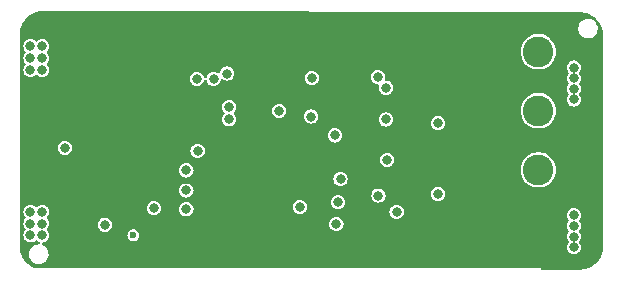
<source format=gbr>
%TF.GenerationSoftware,KiCad,Pcbnew,7.0.1-0*%
%TF.CreationDate,2023-11-20T21:41:34+01:00*%
%TF.ProjectId,luz,6c757a2e-6b69-4636-9164-5f7063625858,rev?*%
%TF.SameCoordinates,Original*%
%TF.FileFunction,Copper,L2,Inr*%
%TF.FilePolarity,Positive*%
%FSLAX46Y46*%
G04 Gerber Fmt 4.6, Leading zero omitted, Abs format (unit mm)*
G04 Created by KiCad (PCBNEW 7.0.1-0) date 2023-11-20 21:41:34*
%MOMM*%
%LPD*%
G01*
G04 APERTURE LIST*
%TA.AperFunction,ComponentPad*%
%ADD10C,2.600000*%
%TD*%
%TA.AperFunction,ComponentPad*%
%ADD11R,2.600000X2.600000*%
%TD*%
%TA.AperFunction,ViaPad*%
%ADD12C,0.800000*%
%TD*%
%TA.AperFunction,ViaPad*%
%ADD13C,0.600000*%
%TD*%
G04 APERTURE END LIST*
D10*
%TO.N,GND*%
%TO.C,J2*%
X76500000Y-99450000D03*
%TO.N,Net-(J2-Pin_3)*%
X76500000Y-104450000D03*
%TO.N,Net-(J2-Pin_2)*%
X76500000Y-109450000D03*
D11*
%TO.N,VDCOUT*%
X76500000Y-114450000D03*
%TD*%
D12*
%TO.N,GND*%
X33500000Y-113000000D03*
X34500000Y-113000000D03*
X33500000Y-101000000D03*
X34500000Y-101000000D03*
%TO.N,VMon*%
X43950000Y-112695000D03*
%TO.N,VDCOUT*%
X47600000Y-114400000D03*
%TO.N,C1*%
X63700000Y-108600000D03*
%TO.N,C2*%
X62900000Y-101600000D03*
D13*
%TO.N,Net-(U5-EN)*%
X42200000Y-115000000D03*
D12*
%TO.N,VDCOUT*%
X40000000Y-101500000D03*
X40000000Y-100500000D03*
X38000000Y-103500000D03*
X38000000Y-101500000D03*
%TO.N,C2*%
X68000000Y-105500000D03*
%TO.N,C1*%
X68000000Y-111500000D03*
%TO.N,+3V3*%
X64500000Y-113000000D03*
%TO.N,VDCOUT*%
X39000000Y-101500000D03*
X38000000Y-102500000D03*
X38000000Y-100500000D03*
X37000000Y-101500000D03*
X37000000Y-103500000D03*
X37000000Y-102500000D03*
X39000000Y-100500000D03*
X37000000Y-100500000D03*
%TO.N,GND*%
X33500000Y-115000000D03*
X34500000Y-115000000D03*
X34500000Y-114000000D03*
X33500000Y-114000000D03*
X34500000Y-99000000D03*
X33500000Y-99000000D03*
X34500000Y-100000000D03*
X33500000Y-100000000D03*
X79500000Y-101700000D03*
X79500000Y-103500000D03*
X79500000Y-102600000D03*
X79500000Y-100800000D03*
X79500000Y-113300000D03*
X79500000Y-114200000D03*
X79500000Y-115100000D03*
X79500000Y-116000000D03*
%TO.N,Net-(U5-EN)*%
X62960000Y-111630000D03*
%TO.N,Net-(U5-IO0)*%
X63600000Y-102500000D03*
%TO.N,Net-(U5-IO27)*%
X47590000Y-101740000D03*
X63590000Y-105190000D03*
%TO.N,+3V3*%
X56300000Y-112600000D03*
X59260000Y-106540000D03*
X57310000Y-101680000D03*
%TO.N,VBUS_EN*%
X57260000Y-104940000D03*
%TO.N,HPIINT*%
X59550000Y-112200000D03*
X54550000Y-104450000D03*
%TO.N,+3V3*%
X50140000Y-101300000D03*
%TO.N,VDCOUT*%
X50550000Y-102920000D03*
%TO.N,SDA*%
X50330000Y-104130000D03*
%TO.N,SCL*%
X50300000Y-105180000D03*
%TO.N,VBUS_EN*%
X49000000Y-101750000D03*
%TO.N,SDA*%
X59750000Y-110250000D03*
%TO.N,SCL*%
X59400000Y-114050000D03*
%TO.N,CC1*%
X47650000Y-107850000D03*
%TO.N,+3V3*%
X39800000Y-114100000D03*
X46700000Y-112800000D03*
X46700000Y-111200000D03*
X46700000Y-109500000D03*
%TO.N,CC1*%
X36400000Y-107600000D03*
%TD*%
%TA.AperFunction,Conductor*%
%TO.N,VDCOUT*%
G36*
X79948297Y-96100385D02*
G01*
X79948864Y-96100499D01*
X79995934Y-96100499D01*
X80004041Y-96100763D01*
X80083585Y-96105977D01*
X80083766Y-96105990D01*
X80261586Y-96118708D01*
X80276903Y-96120771D01*
X80388377Y-96142944D01*
X80390436Y-96143373D01*
X80530239Y-96173785D01*
X80543702Y-96177521D01*
X80657724Y-96216227D01*
X80661073Y-96217419D01*
X80788814Y-96265064D01*
X80800302Y-96270025D01*
X80865051Y-96301955D01*
X80910628Y-96324431D01*
X80915211Y-96326811D01*
X81032484Y-96390847D01*
X81041948Y-96396577D01*
X81145245Y-96465598D01*
X81150663Y-96469432D01*
X81219531Y-96520985D01*
X81256736Y-96548836D01*
X81264156Y-96554852D01*
X81356836Y-96636130D01*
X81357975Y-96637129D01*
X81363896Y-96642675D01*
X81421083Y-96699862D01*
X81452422Y-96752755D01*
X81454503Y-96814199D01*
X81426814Y-96869091D01*
X81376163Y-96903937D01*
X81315000Y-96910170D01*
X81258360Y-96886258D01*
X81128617Y-96787630D01*
X80965461Y-96712146D01*
X80789887Y-96673500D01*
X80655184Y-96673500D01*
X80655183Y-96673500D01*
X80521279Y-96688062D01*
X80350915Y-96745464D01*
X80196873Y-96838148D01*
X80066358Y-96961779D01*
X79965469Y-97110578D01*
X79898929Y-97277585D01*
X79869845Y-97454988D01*
X79879577Y-97634500D01*
X79904172Y-97723080D01*
X79927673Y-97807723D01*
X79969776Y-97887139D01*
X80011881Y-97966557D01*
X80128265Y-98103574D01*
X80271382Y-98212369D01*
X80434538Y-98287853D01*
X80434539Y-98287853D01*
X80434541Y-98287854D01*
X80610113Y-98326500D01*
X80744816Y-98326500D01*
X80744817Y-98326500D01*
X80811768Y-98319218D01*
X80878721Y-98311937D01*
X81049085Y-98254535D01*
X81203126Y-98161851D01*
X81333642Y-98038220D01*
X81434529Y-97889423D01*
X81501070Y-97722416D01*
X81530155Y-97545010D01*
X81520422Y-97365499D01*
X81472327Y-97192277D01*
X81415363Y-97084831D01*
X81394235Y-97044979D01*
X81379798Y-96985624D01*
X81395450Y-96926579D01*
X81437395Y-96882171D01*
X81495453Y-96863178D01*
X81555534Y-96874209D01*
X81603058Y-96912587D01*
X81630558Y-96949323D01*
X81634393Y-96954743D01*
X81703420Y-97058050D01*
X81709150Y-97067513D01*
X81773190Y-97184793D01*
X81775570Y-97189376D01*
X81829965Y-97299678D01*
X81834935Y-97311188D01*
X81882567Y-97438893D01*
X81883804Y-97442368D01*
X81922468Y-97556268D01*
X81926215Y-97569769D01*
X81956625Y-97709562D01*
X81957076Y-97711728D01*
X81979224Y-97823071D01*
X81981291Y-97838418D01*
X81994007Y-98016223D01*
X81994057Y-98016956D01*
X81999234Y-98095925D01*
X81999500Y-98104037D01*
X81999500Y-115895947D01*
X81999234Y-115904058D01*
X81994045Y-115983217D01*
X81993995Y-115983952D01*
X81981291Y-116161573D01*
X81979224Y-116176918D01*
X81957064Y-116288323D01*
X81956613Y-116290490D01*
X81926217Y-116430221D01*
X81922470Y-116443722D01*
X81883793Y-116557660D01*
X81882556Y-116561135D01*
X81834938Y-116688802D01*
X81829969Y-116700311D01*
X81775564Y-116810635D01*
X81773183Y-116815219D01*
X81709154Y-116932478D01*
X81703424Y-116941942D01*
X81634381Y-117045272D01*
X81630546Y-117050691D01*
X81551185Y-117156706D01*
X81545146Y-117164155D01*
X81462860Y-117257984D01*
X81457313Y-117263906D01*
X81363906Y-117357313D01*
X81357984Y-117362860D01*
X81264155Y-117445146D01*
X81256706Y-117451185D01*
X81150691Y-117530546D01*
X81145272Y-117534381D01*
X81041942Y-117603424D01*
X81032478Y-117609154D01*
X80915219Y-117673183D01*
X80910635Y-117675564D01*
X80800311Y-117729969D01*
X80788802Y-117734938D01*
X80661135Y-117782556D01*
X80657660Y-117783793D01*
X80543722Y-117822470D01*
X80530221Y-117826217D01*
X80390490Y-117856613D01*
X80388323Y-117857064D01*
X80276918Y-117879224D01*
X80261573Y-117881291D01*
X80083952Y-117893995D01*
X80083217Y-117894045D01*
X80004058Y-117899234D01*
X79995947Y-117899500D01*
X76824000Y-117899500D01*
X76762000Y-117882887D01*
X76716613Y-117837500D01*
X76710797Y-117815797D01*
X76700000Y-117805000D01*
X33999786Y-117805000D01*
X33959928Y-117798420D01*
X33946255Y-117793779D01*
X33916783Y-117783774D01*
X33913317Y-117782539D01*
X33785699Y-117734939D01*
X33774189Y-117729970D01*
X33663840Y-117675552D01*
X33659257Y-117673172D01*
X33542032Y-117609162D01*
X33532568Y-117603432D01*
X33429202Y-117534365D01*
X33423783Y-117530530D01*
X33317804Y-117451195D01*
X33310355Y-117445156D01*
X33216497Y-117362845D01*
X33210575Y-117357298D01*
X33117196Y-117263919D01*
X33111649Y-117257997D01*
X33111638Y-117257984D01*
X33029332Y-117164132D01*
X33023316Y-117156712D01*
X32943950Y-117050691D01*
X32940148Y-117045319D01*
X32871053Y-116941911D01*
X32865335Y-116932466D01*
X32801335Y-116815259D01*
X32798964Y-116810692D01*
X32787130Y-116786696D01*
X32744512Y-116700274D01*
X32739558Y-116688802D01*
X32691932Y-116561111D01*
X32690776Y-116557865D01*
X32652014Y-116443677D01*
X32648276Y-116430204D01*
X32617908Y-116290601D01*
X32617457Y-116288436D01*
X32601970Y-116210578D01*
X32595269Y-116176889D01*
X32593205Y-116161569D01*
X32580528Y-115984315D01*
X32580492Y-115983802D01*
X32575262Y-115904007D01*
X32574998Y-115895908D01*
X32574998Y-114999999D01*
X32894317Y-114999999D01*
X32914956Y-115156762D01*
X32975463Y-115302840D01*
X33071717Y-115428282D01*
X33195366Y-115523160D01*
X33197159Y-115524536D01*
X33343238Y-115585044D01*
X33500000Y-115605682D01*
X33656762Y-115585044D01*
X33802841Y-115524536D01*
X33924516Y-115431171D01*
X33973161Y-115408488D01*
X34026839Y-115408488D01*
X34075483Y-115431171D01*
X34197159Y-115524536D01*
X34197160Y-115524536D01*
X34197161Y-115524537D01*
X34222273Y-115534939D01*
X34275139Y-115576614D01*
X34298439Y-115639771D01*
X34285306Y-115705795D01*
X34239611Y-115755227D01*
X34174821Y-115773500D01*
X34155183Y-115773500D01*
X34021279Y-115788062D01*
X33850915Y-115845464D01*
X33696873Y-115938148D01*
X33566358Y-116061779D01*
X33465469Y-116210578D01*
X33398929Y-116377585D01*
X33369845Y-116554988D01*
X33379577Y-116734500D01*
X33414319Y-116859626D01*
X33427673Y-116907723D01*
X33445803Y-116941920D01*
X33511881Y-117066557D01*
X33628265Y-117203574D01*
X33771382Y-117312369D01*
X33934538Y-117387853D01*
X33934539Y-117387853D01*
X33934541Y-117387854D01*
X34110113Y-117426500D01*
X34244816Y-117426500D01*
X34244817Y-117426500D01*
X34311768Y-117419218D01*
X34378721Y-117411937D01*
X34549085Y-117354535D01*
X34703126Y-117261851D01*
X34833642Y-117138220D01*
X34934529Y-116989423D01*
X35001070Y-116822416D01*
X35030155Y-116645010D01*
X35020422Y-116465499D01*
X34972327Y-116292277D01*
X34888119Y-116133444D01*
X34888118Y-116133442D01*
X34774771Y-116000000D01*
X78894317Y-116000000D01*
X78914956Y-116156762D01*
X78975463Y-116302840D01*
X79071717Y-116428282D01*
X79120220Y-116465499D01*
X79197159Y-116524536D01*
X79343238Y-116585044D01*
X79500000Y-116605682D01*
X79656762Y-116585044D01*
X79802841Y-116524536D01*
X79928282Y-116428282D01*
X80024536Y-116302841D01*
X80085044Y-116156762D01*
X80105682Y-116000000D01*
X80105211Y-115996426D01*
X80093051Y-115904058D01*
X80085044Y-115843238D01*
X80024536Y-115697159D01*
X79969539Y-115625485D01*
X79946854Y-115576837D01*
X79946854Y-115523160D01*
X79969537Y-115474517D01*
X80024536Y-115402841D01*
X80085044Y-115256762D01*
X80105682Y-115100000D01*
X80085044Y-114943238D01*
X80024536Y-114797159D01*
X79969539Y-114725486D01*
X79946854Y-114676839D01*
X79946854Y-114623161D01*
X79969540Y-114574513D01*
X79971685Y-114571718D01*
X80024536Y-114502841D01*
X80085044Y-114356762D01*
X80105682Y-114200000D01*
X80085044Y-114043238D01*
X80024536Y-113897159D01*
X79969539Y-113825486D01*
X79946854Y-113776839D01*
X79946854Y-113723161D01*
X79969540Y-113674513D01*
X79971685Y-113671718D01*
X80024536Y-113602841D01*
X80085044Y-113456762D01*
X80105682Y-113300000D01*
X80085044Y-113143238D01*
X80024536Y-112997159D01*
X80024535Y-112997158D01*
X79928282Y-112871717D01*
X79802840Y-112775463D01*
X79656762Y-112714956D01*
X79500000Y-112694317D01*
X79343237Y-112714956D01*
X79197159Y-112775463D01*
X79071717Y-112871717D01*
X78975463Y-112997159D01*
X78914956Y-113143237D01*
X78894317Y-113300000D01*
X78914956Y-113456762D01*
X78975463Y-113602840D01*
X79030460Y-113674514D01*
X79053145Y-113723162D01*
X79053145Y-113776838D01*
X79030460Y-113825486D01*
X78975463Y-113897159D01*
X78914956Y-114043237D01*
X78894317Y-114200000D01*
X78914956Y-114356762D01*
X78975463Y-114502840D01*
X79030460Y-114574514D01*
X79053145Y-114623162D01*
X79053145Y-114676838D01*
X79030460Y-114725486D01*
X78975463Y-114797159D01*
X78914956Y-114943237D01*
X78894317Y-115100000D01*
X78914956Y-115256762D01*
X78975463Y-115402840D01*
X79030460Y-115474514D01*
X79053145Y-115523162D01*
X79053145Y-115576838D01*
X79030460Y-115625486D01*
X78975463Y-115697159D01*
X78914956Y-115843237D01*
X78894317Y-116000000D01*
X34774771Y-116000000D01*
X34771734Y-115996425D01*
X34628617Y-115887629D01*
X34513984Y-115834595D01*
X34465273Y-115794306D01*
X34442753Y-115735240D01*
X34452275Y-115672748D01*
X34491365Y-115623070D01*
X34549864Y-115599117D01*
X34656762Y-115585044D01*
X34802841Y-115524536D01*
X34928282Y-115428282D01*
X35024536Y-115302841D01*
X35085044Y-115156762D01*
X35105682Y-115000000D01*
X41694353Y-115000000D01*
X41714834Y-115142457D01*
X41774623Y-115273374D01*
X41827864Y-115334817D01*
X41868872Y-115382143D01*
X41989947Y-115459953D01*
X42128039Y-115500500D01*
X42271961Y-115500500D01*
X42410053Y-115459953D01*
X42531128Y-115382143D01*
X42625377Y-115273373D01*
X42685165Y-115142457D01*
X42705647Y-115000000D01*
X42685165Y-114857543D01*
X42625377Y-114726627D01*
X42625376Y-114726626D01*
X42625376Y-114726625D01*
X42531129Y-114617858D01*
X42531128Y-114617857D01*
X42410053Y-114540047D01*
X42271961Y-114499500D01*
X42128039Y-114499500D01*
X41989947Y-114540047D01*
X41868870Y-114617858D01*
X41774623Y-114726625D01*
X41714834Y-114857542D01*
X41694353Y-115000000D01*
X35105682Y-115000000D01*
X35085044Y-114843238D01*
X35024536Y-114697159D01*
X34931171Y-114575483D01*
X34908488Y-114526839D01*
X34908488Y-114473161D01*
X34931173Y-114424514D01*
X35024536Y-114302841D01*
X35085044Y-114156762D01*
X35092517Y-114100000D01*
X39194317Y-114100000D01*
X39214956Y-114256762D01*
X39275463Y-114402840D01*
X39371717Y-114528282D01*
X39488455Y-114617857D01*
X39497159Y-114624536D01*
X39643238Y-114685044D01*
X39800000Y-114705682D01*
X39956762Y-114685044D01*
X40102841Y-114624536D01*
X40228282Y-114528282D01*
X40324536Y-114402841D01*
X40385044Y-114256762D01*
X40405682Y-114100000D01*
X40399099Y-114050000D01*
X58794317Y-114050000D01*
X58814956Y-114206762D01*
X58875463Y-114352840D01*
X58971717Y-114478282D01*
X59097129Y-114574513D01*
X59097159Y-114574536D01*
X59243238Y-114635044D01*
X59400000Y-114655682D01*
X59556762Y-114635044D01*
X59702841Y-114574536D01*
X59828282Y-114478282D01*
X59924536Y-114352841D01*
X59985044Y-114206762D01*
X60005682Y-114050000D01*
X59985044Y-113893238D01*
X59924536Y-113747159D01*
X59906122Y-113723161D01*
X59828282Y-113621717D01*
X59702840Y-113525463D01*
X59556762Y-113464956D01*
X59400000Y-113444317D01*
X59243237Y-113464956D01*
X59097159Y-113525463D01*
X58971717Y-113621717D01*
X58875463Y-113747159D01*
X58814956Y-113893237D01*
X58794317Y-114050000D01*
X40399099Y-114050000D01*
X40385044Y-113943238D01*
X40324536Y-113797159D01*
X40308943Y-113776838D01*
X40228282Y-113671717D01*
X40102840Y-113575463D01*
X39956762Y-113514956D01*
X39800000Y-113494317D01*
X39643237Y-113514956D01*
X39497159Y-113575463D01*
X39371717Y-113671717D01*
X39275463Y-113797159D01*
X39214956Y-113943237D01*
X39194317Y-114100000D01*
X35092517Y-114100000D01*
X35105682Y-114000000D01*
X35085044Y-113843238D01*
X35024536Y-113697159D01*
X34931171Y-113575483D01*
X34908488Y-113526839D01*
X34908488Y-113473161D01*
X34931173Y-113424514D01*
X35024536Y-113302841D01*
X35085044Y-113156762D01*
X35105682Y-113000000D01*
X35085044Y-112843238D01*
X35024536Y-112697159D01*
X35022879Y-112695000D01*
X43344317Y-112695000D01*
X43364956Y-112851762D01*
X43425463Y-112997840D01*
X43521717Y-113123282D01*
X43602208Y-113185044D01*
X43647159Y-113219536D01*
X43793238Y-113280044D01*
X43950000Y-113300682D01*
X44106762Y-113280044D01*
X44252841Y-113219536D01*
X44378282Y-113123282D01*
X44474536Y-112997841D01*
X44535044Y-112851762D01*
X44541859Y-112800000D01*
X46094317Y-112800000D01*
X46114956Y-112956762D01*
X46175463Y-113102840D01*
X46271717Y-113228282D01*
X46368884Y-113302840D01*
X46397159Y-113324536D01*
X46543238Y-113385044D01*
X46700000Y-113405682D01*
X46856762Y-113385044D01*
X47002841Y-113324536D01*
X47128282Y-113228282D01*
X47224536Y-113102841D01*
X47285044Y-112956762D01*
X47305682Y-112800000D01*
X47285044Y-112643238D01*
X47267134Y-112600000D01*
X55694317Y-112600000D01*
X55714956Y-112756762D01*
X55775463Y-112902840D01*
X55871717Y-113028282D01*
X55968884Y-113102840D01*
X55997159Y-113124536D01*
X56143238Y-113185044D01*
X56300000Y-113205682D01*
X56456762Y-113185044D01*
X56602841Y-113124536D01*
X56728282Y-113028282D01*
X56749983Y-113000000D01*
X63894317Y-113000000D01*
X63914956Y-113156762D01*
X63975463Y-113302840D01*
X64071717Y-113428282D01*
X64184674Y-113514956D01*
X64197159Y-113524536D01*
X64343238Y-113585044D01*
X64500000Y-113605682D01*
X64656762Y-113585044D01*
X64802841Y-113524536D01*
X64928282Y-113428282D01*
X65024536Y-113302841D01*
X65085044Y-113156762D01*
X65105682Y-113000000D01*
X65085044Y-112843238D01*
X65024536Y-112697159D01*
X64983161Y-112643238D01*
X64928282Y-112571717D01*
X64802840Y-112475463D01*
X64656762Y-112414956D01*
X64500000Y-112394317D01*
X64343237Y-112414956D01*
X64197159Y-112475463D01*
X64071717Y-112571717D01*
X63975463Y-112697159D01*
X63914956Y-112843237D01*
X63894317Y-113000000D01*
X56749983Y-113000000D01*
X56824536Y-112902841D01*
X56885044Y-112756762D01*
X56905682Y-112600000D01*
X56885044Y-112443238D01*
X56824536Y-112297159D01*
X56801177Y-112266717D01*
X56749983Y-112199999D01*
X58944317Y-112199999D01*
X58964956Y-112356762D01*
X59025463Y-112502840D01*
X59121717Y-112628282D01*
X59234674Y-112714956D01*
X59247159Y-112724536D01*
X59393238Y-112785044D01*
X59550000Y-112805682D01*
X59706762Y-112785044D01*
X59852841Y-112724536D01*
X59978282Y-112628282D01*
X60074536Y-112502841D01*
X60135044Y-112356762D01*
X60155682Y-112200000D01*
X60135044Y-112043238D01*
X60074536Y-111897159D01*
X59978282Y-111771717D01*
X59852840Y-111675463D01*
X59743079Y-111629999D01*
X62354317Y-111629999D01*
X62374956Y-111786762D01*
X62435463Y-111932840D01*
X62531717Y-112058282D01*
X62593491Y-112105682D01*
X62657159Y-112154536D01*
X62803238Y-112215044D01*
X62960000Y-112235682D01*
X63116762Y-112215044D01*
X63262841Y-112154536D01*
X63388282Y-112058282D01*
X63484536Y-111932841D01*
X63545044Y-111786762D01*
X63565682Y-111630000D01*
X63548567Y-111500000D01*
X67394317Y-111500000D01*
X67414956Y-111656762D01*
X67475463Y-111802840D01*
X67571717Y-111928282D01*
X67657778Y-111994318D01*
X67697159Y-112024536D01*
X67843238Y-112085044D01*
X68000000Y-112105682D01*
X68156762Y-112085044D01*
X68302841Y-112024536D01*
X68428282Y-111928282D01*
X68524536Y-111802841D01*
X68585044Y-111656762D01*
X68605682Y-111500000D01*
X68585044Y-111343238D01*
X68524536Y-111197159D01*
X68428282Y-111071717D01*
X68302840Y-110975463D01*
X68156762Y-110914956D01*
X68000000Y-110894317D01*
X67843237Y-110914956D01*
X67697159Y-110975463D01*
X67571717Y-111071717D01*
X67475463Y-111197159D01*
X67414956Y-111343237D01*
X67394317Y-111500000D01*
X63548567Y-111500000D01*
X63545044Y-111473238D01*
X63484536Y-111327159D01*
X63388282Y-111201717D01*
X63262840Y-111105463D01*
X63116762Y-111044956D01*
X62960000Y-111024317D01*
X62803237Y-111044956D01*
X62657159Y-111105463D01*
X62531717Y-111201717D01*
X62435463Y-111327159D01*
X62374956Y-111473237D01*
X62354317Y-111629999D01*
X59743079Y-111629999D01*
X59706762Y-111614956D01*
X59550000Y-111594317D01*
X59393237Y-111614956D01*
X59247159Y-111675463D01*
X59121717Y-111771717D01*
X59025463Y-111897159D01*
X58964956Y-112043237D01*
X58944317Y-112199999D01*
X56749983Y-112199999D01*
X56728282Y-112171717D01*
X56602840Y-112075463D01*
X56456762Y-112014956D01*
X56300000Y-111994317D01*
X56143237Y-112014956D01*
X55997159Y-112075463D01*
X55871717Y-112171717D01*
X55775463Y-112297159D01*
X55714956Y-112443237D01*
X55694317Y-112600000D01*
X47267134Y-112600000D01*
X47224536Y-112497159D01*
X47183161Y-112443238D01*
X47128282Y-112371717D01*
X47002840Y-112275463D01*
X46856762Y-112214956D01*
X46700000Y-112194317D01*
X46543237Y-112214956D01*
X46397159Y-112275463D01*
X46271717Y-112371717D01*
X46175463Y-112497159D01*
X46114956Y-112643237D01*
X46094317Y-112800000D01*
X44541859Y-112800000D01*
X44555682Y-112695000D01*
X44535044Y-112538238D01*
X44474536Y-112392159D01*
X44447375Y-112356762D01*
X44378282Y-112266717D01*
X44252840Y-112170463D01*
X44106762Y-112109956D01*
X43950000Y-112089317D01*
X43793237Y-112109956D01*
X43647159Y-112170463D01*
X43521717Y-112266717D01*
X43425463Y-112392159D01*
X43364956Y-112538237D01*
X43344317Y-112695000D01*
X35022879Y-112695000D01*
X34983161Y-112643238D01*
X34928282Y-112571717D01*
X34802840Y-112475463D01*
X34656762Y-112414956D01*
X34500000Y-112394317D01*
X34343237Y-112414956D01*
X34197159Y-112475463D01*
X34075486Y-112568826D01*
X34026838Y-112591511D01*
X33973162Y-112591511D01*
X33924514Y-112568826D01*
X33802840Y-112475463D01*
X33656762Y-112414956D01*
X33500000Y-112394317D01*
X33343237Y-112414956D01*
X33197159Y-112475463D01*
X33071717Y-112571717D01*
X32975463Y-112697159D01*
X32914956Y-112843237D01*
X32894317Y-113000000D01*
X32914956Y-113156762D01*
X32975463Y-113302840D01*
X33068826Y-113424514D01*
X33091511Y-113473162D01*
X33091511Y-113526838D01*
X33068826Y-113575486D01*
X32975463Y-113697159D01*
X32914956Y-113843237D01*
X32894317Y-114000000D01*
X32914956Y-114156762D01*
X32975463Y-114302840D01*
X33068826Y-114424514D01*
X33091511Y-114473162D01*
X33091511Y-114526838D01*
X33068826Y-114575486D01*
X32975463Y-114697159D01*
X32914956Y-114843237D01*
X32894317Y-114999999D01*
X32574998Y-114999999D01*
X32574998Y-111200000D01*
X46094317Y-111200000D01*
X46114956Y-111356762D01*
X46175463Y-111502840D01*
X46271717Y-111628282D01*
X46397159Y-111724536D01*
X46543238Y-111785044D01*
X46700000Y-111805682D01*
X46856762Y-111785044D01*
X47002841Y-111724536D01*
X47128282Y-111628282D01*
X47224536Y-111502841D01*
X47285044Y-111356762D01*
X47305682Y-111200000D01*
X47285044Y-111043238D01*
X47224536Y-110897159D01*
X47172104Y-110828828D01*
X47128282Y-110771717D01*
X47002840Y-110675463D01*
X46856762Y-110614956D01*
X46700000Y-110594317D01*
X46543237Y-110614956D01*
X46397159Y-110675463D01*
X46271717Y-110771717D01*
X46175463Y-110897159D01*
X46114956Y-111043237D01*
X46094317Y-111200000D01*
X32574998Y-111200000D01*
X32574998Y-110249999D01*
X59144317Y-110249999D01*
X59164956Y-110406762D01*
X59225463Y-110552840D01*
X59321717Y-110678282D01*
X59447158Y-110774535D01*
X59447159Y-110774536D01*
X59593238Y-110835044D01*
X59750000Y-110855682D01*
X59906762Y-110835044D01*
X60052841Y-110774536D01*
X60178282Y-110678282D01*
X60274536Y-110552841D01*
X60335044Y-110406762D01*
X60355682Y-110250000D01*
X60335044Y-110093238D01*
X60274536Y-109947159D01*
X60260051Y-109928282D01*
X60178282Y-109821717D01*
X60052840Y-109725463D01*
X59906762Y-109664956D01*
X59750000Y-109644317D01*
X59593237Y-109664956D01*
X59447159Y-109725463D01*
X59321717Y-109821717D01*
X59225463Y-109947159D01*
X59164956Y-110093237D01*
X59144317Y-110249999D01*
X32574998Y-110249999D01*
X32574998Y-109500000D01*
X46094317Y-109500000D01*
X46114956Y-109656762D01*
X46175463Y-109802840D01*
X46271717Y-109928282D01*
X46397158Y-110024535D01*
X46397159Y-110024536D01*
X46543238Y-110085044D01*
X46700000Y-110105682D01*
X46856762Y-110085044D01*
X47002841Y-110024536D01*
X47128282Y-109928282D01*
X47224536Y-109802841D01*
X47285044Y-109656762D01*
X47305682Y-109500000D01*
X47299099Y-109450000D01*
X74994356Y-109450000D01*
X75014891Y-109697816D01*
X75014891Y-109697819D01*
X75014892Y-109697821D01*
X75075937Y-109938881D01*
X75113509Y-110024536D01*
X75175825Y-110166604D01*
X75175827Y-110166607D01*
X75311836Y-110374785D01*
X75480256Y-110557738D01*
X75480259Y-110557740D01*
X75676485Y-110710470D01*
X75676487Y-110710471D01*
X75676491Y-110710474D01*
X75895190Y-110828828D01*
X76130386Y-110909571D01*
X76375665Y-110950500D01*
X76624335Y-110950500D01*
X76869614Y-110909571D01*
X77104810Y-110828828D01*
X77323509Y-110710474D01*
X77519744Y-110557738D01*
X77688164Y-110374785D01*
X77824173Y-110166607D01*
X77924063Y-109938881D01*
X77985108Y-109697821D01*
X78005643Y-109450000D01*
X77985108Y-109202179D01*
X77924063Y-108961119D01*
X77824173Y-108733393D01*
X77688164Y-108525215D01*
X77519744Y-108342262D01*
X77437543Y-108278282D01*
X77323514Y-108189529D01*
X77323510Y-108189526D01*
X77323509Y-108189526D01*
X77104810Y-108071172D01*
X77104806Y-108071170D01*
X77104805Y-108071170D01*
X76869615Y-107990429D01*
X76624335Y-107949500D01*
X76375665Y-107949500D01*
X76130384Y-107990429D01*
X75895194Y-108071170D01*
X75676485Y-108189529D01*
X75480259Y-108342259D01*
X75311837Y-108525214D01*
X75175825Y-108733395D01*
X75101500Y-108902841D01*
X75075937Y-108961119D01*
X75034554Y-109124536D01*
X75014891Y-109202183D01*
X74994356Y-109450000D01*
X47299099Y-109450000D01*
X47285044Y-109343238D01*
X47224536Y-109197159D01*
X47168811Y-109124536D01*
X47128282Y-109071717D01*
X47002840Y-108975463D01*
X46856762Y-108914956D01*
X46700000Y-108894317D01*
X46543237Y-108914956D01*
X46397159Y-108975463D01*
X46271717Y-109071717D01*
X46175463Y-109197159D01*
X46114956Y-109343237D01*
X46094317Y-109500000D01*
X32574998Y-109500000D01*
X32574998Y-108599999D01*
X63094317Y-108599999D01*
X63114956Y-108756762D01*
X63175463Y-108902840D01*
X63271717Y-109028282D01*
X63328325Y-109071718D01*
X63397159Y-109124536D01*
X63543238Y-109185044D01*
X63700000Y-109205682D01*
X63856762Y-109185044D01*
X64002841Y-109124536D01*
X64128282Y-109028282D01*
X64224536Y-108902841D01*
X64285044Y-108756762D01*
X64305682Y-108600000D01*
X64285044Y-108443238D01*
X64224536Y-108297159D01*
X64210051Y-108278282D01*
X64128282Y-108171717D01*
X64002840Y-108075463D01*
X63856762Y-108014956D01*
X63700000Y-107994317D01*
X63543237Y-108014956D01*
X63397159Y-108075463D01*
X63271717Y-108171717D01*
X63175463Y-108297159D01*
X63114956Y-108443237D01*
X63094317Y-108599999D01*
X32574998Y-108599999D01*
X32574998Y-107600000D01*
X35794317Y-107600000D01*
X35814956Y-107756762D01*
X35875463Y-107902840D01*
X35971717Y-108028282D01*
X36097159Y-108124536D01*
X36243238Y-108185044D01*
X36400000Y-108205682D01*
X36556762Y-108185044D01*
X36702841Y-108124536D01*
X36828282Y-108028282D01*
X36924536Y-107902841D01*
X36946423Y-107850000D01*
X47044317Y-107850000D01*
X47064956Y-108006762D01*
X47125463Y-108152840D01*
X47221717Y-108278282D01*
X47347159Y-108374536D01*
X47493238Y-108435044D01*
X47650000Y-108455682D01*
X47806762Y-108435044D01*
X47952841Y-108374536D01*
X48078282Y-108278282D01*
X48174536Y-108152841D01*
X48235044Y-108006762D01*
X48255682Y-107850000D01*
X48235044Y-107693238D01*
X48174536Y-107547159D01*
X48094795Y-107443238D01*
X48078282Y-107421717D01*
X47952840Y-107325463D01*
X47806762Y-107264956D01*
X47650000Y-107244317D01*
X47493237Y-107264956D01*
X47347159Y-107325463D01*
X47221717Y-107421717D01*
X47125463Y-107547159D01*
X47064956Y-107693237D01*
X47044317Y-107850000D01*
X36946423Y-107850000D01*
X36985044Y-107756762D01*
X37005682Y-107600000D01*
X36985044Y-107443238D01*
X36924536Y-107297159D01*
X36883989Y-107244317D01*
X36828282Y-107171717D01*
X36702840Y-107075463D01*
X36556762Y-107014956D01*
X36400000Y-106994317D01*
X36243237Y-107014956D01*
X36097159Y-107075463D01*
X35971717Y-107171717D01*
X35875463Y-107297159D01*
X35814956Y-107443237D01*
X35794317Y-107600000D01*
X32574998Y-107600000D01*
X32574998Y-106540000D01*
X58654317Y-106540000D01*
X58674956Y-106696762D01*
X58735463Y-106842840D01*
X58831717Y-106968282D01*
X58957158Y-107064535D01*
X58957159Y-107064536D01*
X59103238Y-107125044D01*
X59260000Y-107145682D01*
X59416762Y-107125044D01*
X59562841Y-107064536D01*
X59688282Y-106968282D01*
X59784536Y-106842841D01*
X59845044Y-106696762D01*
X59865682Y-106540000D01*
X59845044Y-106383238D01*
X59784536Y-106237159D01*
X59784535Y-106237158D01*
X59688282Y-106111717D01*
X59562840Y-106015463D01*
X59416762Y-105954956D01*
X59260000Y-105934317D01*
X59103237Y-105954956D01*
X58957159Y-106015463D01*
X58831717Y-106111717D01*
X58735463Y-106237159D01*
X58674956Y-106383237D01*
X58654317Y-106540000D01*
X32574998Y-106540000D01*
X32574998Y-105180000D01*
X49694317Y-105180000D01*
X49714956Y-105336762D01*
X49775463Y-105482840D01*
X49871717Y-105608282D01*
X49997159Y-105704536D01*
X50143238Y-105765044D01*
X50300000Y-105785682D01*
X50456762Y-105765044D01*
X50602841Y-105704536D01*
X50728282Y-105608282D01*
X50824536Y-105482841D01*
X50885044Y-105336762D01*
X50905682Y-105180000D01*
X50885044Y-105023238D01*
X50824536Y-104877159D01*
X50735955Y-104761718D01*
X50721463Y-104742831D01*
X50696900Y-104683529D01*
X50705279Y-104619890D01*
X50744354Y-104568968D01*
X50758282Y-104558282D01*
X50841369Y-104450000D01*
X53944317Y-104450000D01*
X53964956Y-104606762D01*
X54025463Y-104752840D01*
X54121717Y-104878282D01*
X54247159Y-104974536D01*
X54393238Y-105035044D01*
X54550000Y-105055682D01*
X54706762Y-105035044D01*
X54852841Y-104974536D01*
X54897849Y-104940000D01*
X56654317Y-104940000D01*
X56674956Y-105096762D01*
X56735463Y-105242840D01*
X56831717Y-105368282D01*
X56957158Y-105464535D01*
X56957159Y-105464536D01*
X57103238Y-105525044D01*
X57260000Y-105545682D01*
X57416762Y-105525044D01*
X57562841Y-105464536D01*
X57688282Y-105368282D01*
X57784536Y-105242841D01*
X57806424Y-105189999D01*
X62984317Y-105189999D01*
X63004956Y-105346762D01*
X63065463Y-105492840D01*
X63161717Y-105618282D01*
X63211866Y-105656762D01*
X63287159Y-105714536D01*
X63433238Y-105775044D01*
X63590000Y-105795682D01*
X63746762Y-105775044D01*
X63892841Y-105714536D01*
X64018282Y-105618282D01*
X64109043Y-105500000D01*
X67394317Y-105500000D01*
X67414956Y-105656762D01*
X67475463Y-105802840D01*
X67571717Y-105928282D01*
X67606480Y-105954956D01*
X67697159Y-106024536D01*
X67843238Y-106085044D01*
X68000000Y-106105682D01*
X68156762Y-106085044D01*
X68302841Y-106024536D01*
X68428282Y-105928282D01*
X68524536Y-105802841D01*
X68585044Y-105656762D01*
X68605682Y-105500000D01*
X68585044Y-105343238D01*
X68524536Y-105197159D01*
X68519042Y-105189999D01*
X68428282Y-105071717D01*
X68302840Y-104975463D01*
X68156762Y-104914956D01*
X68000000Y-104894317D01*
X67843237Y-104914956D01*
X67697159Y-104975463D01*
X67571717Y-105071717D01*
X67475463Y-105197159D01*
X67414956Y-105343237D01*
X67394317Y-105500000D01*
X64109043Y-105500000D01*
X64114536Y-105492841D01*
X64175044Y-105346762D01*
X64195682Y-105190000D01*
X64175044Y-105033238D01*
X64114536Y-104887159D01*
X64018282Y-104761717D01*
X63892840Y-104665463D01*
X63746762Y-104604956D01*
X63590000Y-104584317D01*
X63433237Y-104604956D01*
X63287159Y-104665463D01*
X63161717Y-104761717D01*
X63065463Y-104887159D01*
X63004956Y-105033237D01*
X62984317Y-105189999D01*
X57806424Y-105189999D01*
X57845044Y-105096762D01*
X57865682Y-104940000D01*
X57845044Y-104783238D01*
X57784536Y-104637159D01*
X57732211Y-104568967D01*
X57688282Y-104511717D01*
X57607850Y-104450000D01*
X74994356Y-104450000D01*
X75014891Y-104697816D01*
X75014891Y-104697819D01*
X75014892Y-104697821D01*
X75075937Y-104938881D01*
X75117325Y-105033237D01*
X75175825Y-105166604D01*
X75175827Y-105166607D01*
X75311836Y-105374785D01*
X75480256Y-105557738D01*
X75480259Y-105557740D01*
X75676485Y-105710470D01*
X75676487Y-105710471D01*
X75676491Y-105710474D01*
X75895190Y-105828828D01*
X76130386Y-105909571D01*
X76375665Y-105950500D01*
X76624335Y-105950500D01*
X76869614Y-105909571D01*
X77104810Y-105828828D01*
X77323509Y-105710474D01*
X77519744Y-105557738D01*
X77688164Y-105374785D01*
X77824173Y-105166607D01*
X77924063Y-104938881D01*
X77985108Y-104697821D01*
X78005643Y-104450000D01*
X77985108Y-104202179D01*
X77924063Y-103961119D01*
X77824173Y-103733393D01*
X77688164Y-103525215D01*
X77664952Y-103500000D01*
X78894317Y-103500000D01*
X78914956Y-103656762D01*
X78975463Y-103802840D01*
X79071717Y-103928282D01*
X79197159Y-104024536D01*
X79343238Y-104085044D01*
X79500000Y-104105682D01*
X79656762Y-104085044D01*
X79802841Y-104024536D01*
X79928282Y-103928282D01*
X80024536Y-103802841D01*
X80085044Y-103656762D01*
X80105682Y-103500000D01*
X80085044Y-103343238D01*
X80024536Y-103197159D01*
X79969539Y-103125486D01*
X79946854Y-103076839D01*
X79946854Y-103023161D01*
X79969540Y-102974513D01*
X80005014Y-102928282D01*
X80024536Y-102902841D01*
X80085044Y-102756762D01*
X80105682Y-102600000D01*
X80085044Y-102443238D01*
X80024536Y-102297159D01*
X79969539Y-102225486D01*
X79946854Y-102176839D01*
X79946854Y-102123161D01*
X79969540Y-102074513D01*
X79971685Y-102071718D01*
X80024536Y-102002841D01*
X80085044Y-101856762D01*
X80105682Y-101700000D01*
X80085044Y-101543238D01*
X80024536Y-101397159D01*
X79969539Y-101325486D01*
X79946854Y-101276839D01*
X79946854Y-101223161D01*
X79969540Y-101174513D01*
X79971685Y-101171718D01*
X80024536Y-101102841D01*
X80085044Y-100956762D01*
X80105682Y-100800000D01*
X80085044Y-100643238D01*
X80024536Y-100497159D01*
X79968793Y-100424513D01*
X79928282Y-100371717D01*
X79802840Y-100275463D01*
X79656762Y-100214956D01*
X79500000Y-100194317D01*
X79343237Y-100214956D01*
X79197159Y-100275463D01*
X79071717Y-100371717D01*
X78975463Y-100497159D01*
X78914956Y-100643237D01*
X78894317Y-100800000D01*
X78914956Y-100956762D01*
X78975463Y-101102840D01*
X79030460Y-101174514D01*
X79053145Y-101223162D01*
X79053145Y-101276838D01*
X79030460Y-101325486D01*
X78975463Y-101397159D01*
X78914956Y-101543237D01*
X78894317Y-101699999D01*
X78914956Y-101856762D01*
X78975463Y-102002840D01*
X79030460Y-102074514D01*
X79053145Y-102123162D01*
X79053145Y-102176838D01*
X79030460Y-102225486D01*
X78975463Y-102297159D01*
X78914956Y-102443237D01*
X78894317Y-102600000D01*
X78914956Y-102756762D01*
X78975463Y-102902840D01*
X79030460Y-102974514D01*
X79053145Y-103023162D01*
X79053145Y-103076838D01*
X79030460Y-103125486D01*
X78975463Y-103197159D01*
X78914956Y-103343237D01*
X78894317Y-103500000D01*
X77664952Y-103500000D01*
X77519744Y-103342262D01*
X77497612Y-103325036D01*
X77323514Y-103189529D01*
X77323510Y-103189526D01*
X77323509Y-103189526D01*
X77104810Y-103071172D01*
X77104806Y-103071170D01*
X77104805Y-103071170D01*
X76869615Y-102990429D01*
X76624335Y-102949500D01*
X76375665Y-102949500D01*
X76130384Y-102990429D01*
X75895194Y-103071170D01*
X75895190Y-103071171D01*
X75895190Y-103071172D01*
X75869559Y-103085043D01*
X75676485Y-103189529D01*
X75480259Y-103342259D01*
X75480256Y-103342261D01*
X75480256Y-103342262D01*
X75479358Y-103343238D01*
X75311837Y-103525214D01*
X75175825Y-103733395D01*
X75118118Y-103864956D01*
X75075937Y-103961119D01*
X75033170Y-104130000D01*
X75014891Y-104202183D01*
X74994356Y-104450000D01*
X57607850Y-104450000D01*
X57562840Y-104415463D01*
X57416762Y-104354956D01*
X57260000Y-104334317D01*
X57103237Y-104354956D01*
X56957159Y-104415463D01*
X56831717Y-104511717D01*
X56735463Y-104637159D01*
X56674956Y-104783237D01*
X56654317Y-104940000D01*
X54897849Y-104940000D01*
X54978282Y-104878282D01*
X55074536Y-104752841D01*
X55135044Y-104606762D01*
X55155682Y-104450000D01*
X55135044Y-104293238D01*
X55074536Y-104147159D01*
X54978282Y-104021717D01*
X54852840Y-103925463D01*
X54706762Y-103864956D01*
X54550000Y-103844317D01*
X54393237Y-103864956D01*
X54247159Y-103925463D01*
X54121717Y-104021717D01*
X54025463Y-104147159D01*
X53964956Y-104293237D01*
X53944317Y-104450000D01*
X50841369Y-104450000D01*
X50854536Y-104432841D01*
X50915044Y-104286762D01*
X50935682Y-104130000D01*
X50915044Y-103973238D01*
X50854536Y-103827159D01*
X50835876Y-103802841D01*
X50758282Y-103701717D01*
X50632840Y-103605463D01*
X50486762Y-103544956D01*
X50330000Y-103524317D01*
X50173237Y-103544956D01*
X50027159Y-103605463D01*
X49901717Y-103701717D01*
X49805463Y-103827159D01*
X49744956Y-103973237D01*
X49724317Y-104130000D01*
X49744956Y-104286762D01*
X49805463Y-104432840D01*
X49908536Y-104567168D01*
X49933099Y-104626469D01*
X49924721Y-104690106D01*
X49885647Y-104741029D01*
X49871718Y-104751716D01*
X49775463Y-104877159D01*
X49714956Y-105023237D01*
X49694317Y-105180000D01*
X32574998Y-105180000D01*
X32574998Y-101740000D01*
X46984317Y-101740000D01*
X47004956Y-101896762D01*
X47065463Y-102042840D01*
X47161717Y-102168282D01*
X47287158Y-102264535D01*
X47287159Y-102264536D01*
X47433238Y-102325044D01*
X47590000Y-102345682D01*
X47746762Y-102325044D01*
X47892841Y-102264536D01*
X48018282Y-102168282D01*
X48114536Y-102042841D01*
X48175044Y-101896762D01*
X48175044Y-101896757D01*
X48178998Y-101887213D01*
X48218068Y-101836293D01*
X48277363Y-101811727D01*
X48340998Y-101820098D01*
X48391923Y-101859163D01*
X48405883Y-101892850D01*
X48408709Y-101891680D01*
X48475463Y-102052840D01*
X48571717Y-102178282D01*
X48640785Y-102231279D01*
X48697159Y-102274536D01*
X48843238Y-102335044D01*
X49000000Y-102355682D01*
X49156762Y-102335044D01*
X49302841Y-102274536D01*
X49428282Y-102178282D01*
X49524536Y-102052841D01*
X49585044Y-101906762D01*
X49589974Y-101869310D01*
X49614537Y-101810011D01*
X49665460Y-101770936D01*
X49729099Y-101762558D01*
X49788399Y-101787121D01*
X49837159Y-101824536D01*
X49983238Y-101885044D01*
X50140000Y-101905682D01*
X50296762Y-101885044D01*
X50442841Y-101824536D01*
X50568282Y-101728282D01*
X50605330Y-101680000D01*
X56704317Y-101680000D01*
X56724956Y-101836762D01*
X56785463Y-101982840D01*
X56881717Y-102108282D01*
X56971062Y-102176838D01*
X57007159Y-102204536D01*
X57153238Y-102265044D01*
X57310000Y-102285682D01*
X57466762Y-102265044D01*
X57612841Y-102204536D01*
X57738282Y-102108282D01*
X57834536Y-101982841D01*
X57895044Y-101836762D01*
X57915682Y-101680000D01*
X57905150Y-101599999D01*
X62294317Y-101599999D01*
X62314956Y-101756762D01*
X62375463Y-101902840D01*
X62471717Y-102028282D01*
X62575976Y-102108282D01*
X62597159Y-102124536D01*
X62743238Y-102185044D01*
X62900000Y-102205682D01*
X62900002Y-102205681D01*
X62907859Y-102206716D01*
X62967160Y-102231279D01*
X63006235Y-102282202D01*
X63014613Y-102345840D01*
X62994317Y-102499999D01*
X63014956Y-102656762D01*
X63075463Y-102802840D01*
X63171717Y-102928282D01*
X63295367Y-103023161D01*
X63297159Y-103024536D01*
X63443238Y-103085044D01*
X63600000Y-103105682D01*
X63756762Y-103085044D01*
X63902841Y-103024536D01*
X64028282Y-102928282D01*
X64124536Y-102802841D01*
X64185044Y-102656762D01*
X64205682Y-102500000D01*
X64185044Y-102343238D01*
X64124536Y-102197159D01*
X64108943Y-102176838D01*
X64028282Y-102071717D01*
X63902840Y-101975463D01*
X63756762Y-101914956D01*
X63592140Y-101893283D01*
X63532838Y-101868720D01*
X63493764Y-101817796D01*
X63485386Y-101754161D01*
X63505682Y-101600000D01*
X63485044Y-101443238D01*
X63424536Y-101297159D01*
X63408943Y-101276838D01*
X63328282Y-101171717D01*
X63202840Y-101075463D01*
X63056762Y-101014956D01*
X62900000Y-100994317D01*
X62743237Y-101014956D01*
X62597159Y-101075463D01*
X62471717Y-101171717D01*
X62375463Y-101297159D01*
X62314956Y-101443237D01*
X62294317Y-101599999D01*
X57905150Y-101599999D01*
X57895044Y-101523238D01*
X57834536Y-101377159D01*
X57791994Y-101321717D01*
X57738282Y-101251717D01*
X57612840Y-101155463D01*
X57466762Y-101094956D01*
X57310000Y-101074317D01*
X57153237Y-101094956D01*
X57007159Y-101155463D01*
X56881717Y-101251717D01*
X56785463Y-101377159D01*
X56724956Y-101523237D01*
X56704317Y-101680000D01*
X50605330Y-101680000D01*
X50664536Y-101602841D01*
X50725044Y-101456762D01*
X50745682Y-101300000D01*
X50725044Y-101143238D01*
X50664536Y-100997159D01*
X50662355Y-100994317D01*
X50568282Y-100871717D01*
X50442840Y-100775463D01*
X50296762Y-100714956D01*
X50140000Y-100694317D01*
X49983237Y-100714956D01*
X49837159Y-100775463D01*
X49711717Y-100871717D01*
X49615463Y-100997159D01*
X49554956Y-101143237D01*
X49550025Y-101180689D01*
X49525461Y-101239990D01*
X49474538Y-101279064D01*
X49410900Y-101287441D01*
X49351601Y-101262878D01*
X49302841Y-101225464D01*
X49302840Y-101225463D01*
X49302838Y-101225462D01*
X49156762Y-101164956D01*
X49000000Y-101144317D01*
X48843237Y-101164956D01*
X48697159Y-101225463D01*
X48571717Y-101321717D01*
X48475464Y-101447158D01*
X48475464Y-101447159D01*
X48418351Y-101585043D01*
X48411001Y-101602787D01*
X48371927Y-101653710D01*
X48312626Y-101678273D01*
X48248988Y-101669895D01*
X48198065Y-101630821D01*
X48184117Y-101597149D01*
X48181291Y-101598320D01*
X48175043Y-101583237D01*
X48114536Y-101437159D01*
X48109943Y-101431173D01*
X48018282Y-101311717D01*
X47892840Y-101215463D01*
X47746762Y-101154956D01*
X47590000Y-101134317D01*
X47433237Y-101154956D01*
X47287159Y-101215463D01*
X47161717Y-101311717D01*
X47065463Y-101437159D01*
X47004956Y-101583237D01*
X46984317Y-101740000D01*
X32574998Y-101740000D01*
X32574998Y-100999999D01*
X32894317Y-100999999D01*
X32914956Y-101156762D01*
X32975463Y-101302840D01*
X33071717Y-101428282D01*
X33195466Y-101523237D01*
X33197159Y-101524536D01*
X33343238Y-101585044D01*
X33500000Y-101605682D01*
X33656762Y-101585044D01*
X33802841Y-101524536D01*
X33924514Y-101431172D01*
X33973160Y-101408488D01*
X34026837Y-101408488D01*
X34075485Y-101431173D01*
X34195466Y-101523237D01*
X34197159Y-101524536D01*
X34343238Y-101585044D01*
X34500000Y-101605682D01*
X34656762Y-101585044D01*
X34802841Y-101524536D01*
X34928282Y-101428282D01*
X35024536Y-101302841D01*
X35085044Y-101156762D01*
X35105682Y-101000000D01*
X35085044Y-100843238D01*
X35024536Y-100697159D01*
X34931171Y-100575483D01*
X34908488Y-100526839D01*
X34908488Y-100473161D01*
X34931173Y-100424514D01*
X35024536Y-100302841D01*
X35085044Y-100156762D01*
X35105682Y-100000000D01*
X35085044Y-99843238D01*
X35024536Y-99697159D01*
X34931171Y-99575483D01*
X34908488Y-99526839D01*
X34908488Y-99473161D01*
X34919289Y-99449999D01*
X74994356Y-99449999D01*
X75014891Y-99697816D01*
X75014891Y-99697819D01*
X75014892Y-99697821D01*
X75075937Y-99938881D01*
X75120960Y-100041523D01*
X75175825Y-100166604D01*
X75175827Y-100166607D01*
X75311836Y-100374785D01*
X75480256Y-100557738D01*
X75503059Y-100575486D01*
X75676485Y-100710470D01*
X75676487Y-100710471D01*
X75676491Y-100710474D01*
X75895190Y-100828828D01*
X76130386Y-100909571D01*
X76375665Y-100950500D01*
X76624335Y-100950500D01*
X76869614Y-100909571D01*
X77104810Y-100828828D01*
X77323509Y-100710474D01*
X77519744Y-100557738D01*
X77688164Y-100374785D01*
X77824173Y-100166607D01*
X77924063Y-99938881D01*
X77985108Y-99697821D01*
X78005643Y-99450000D01*
X77985108Y-99202179D01*
X77924063Y-98961119D01*
X77824173Y-98733393D01*
X77688164Y-98525215D01*
X77519744Y-98342262D01*
X77497612Y-98325036D01*
X77323514Y-98189529D01*
X77323510Y-98189526D01*
X77323509Y-98189526D01*
X77104810Y-98071172D01*
X77104806Y-98071170D01*
X77104805Y-98071170D01*
X76869615Y-97990429D01*
X76624335Y-97949500D01*
X76375665Y-97949500D01*
X76130384Y-97990429D01*
X75895194Y-98071170D01*
X75895190Y-98071171D01*
X75895190Y-98071172D01*
X75841948Y-98099985D01*
X75676485Y-98189529D01*
X75480259Y-98342259D01*
X75480256Y-98342261D01*
X75480256Y-98342262D01*
X75357636Y-98475463D01*
X75311837Y-98525214D01*
X75175825Y-98733395D01*
X75075938Y-98961117D01*
X75014891Y-99202183D01*
X74994356Y-99449999D01*
X34919289Y-99449999D01*
X34931173Y-99424514D01*
X35024536Y-99302841D01*
X35085044Y-99156762D01*
X35105682Y-99000000D01*
X35085044Y-98843238D01*
X35024536Y-98697159D01*
X34943470Y-98591511D01*
X34928282Y-98571717D01*
X34802840Y-98475463D01*
X34656762Y-98414956D01*
X34500000Y-98394317D01*
X34343237Y-98414956D01*
X34197159Y-98475463D01*
X34075486Y-98568826D01*
X34026838Y-98591511D01*
X33973162Y-98591511D01*
X33924514Y-98568826D01*
X33802840Y-98475463D01*
X33656762Y-98414956D01*
X33500000Y-98394317D01*
X33343237Y-98414956D01*
X33197159Y-98475463D01*
X33071717Y-98571717D01*
X32975463Y-98697159D01*
X32914956Y-98843237D01*
X32894317Y-99000000D01*
X32914956Y-99156762D01*
X32975463Y-99302840D01*
X33068826Y-99424514D01*
X33091511Y-99473162D01*
X33091511Y-99526838D01*
X33068826Y-99575486D01*
X32975463Y-99697159D01*
X32914956Y-99843237D01*
X32894317Y-100000000D01*
X32914956Y-100156762D01*
X32975463Y-100302840D01*
X33068826Y-100424514D01*
X33091511Y-100473162D01*
X33091511Y-100526838D01*
X33068826Y-100575486D01*
X32975463Y-100697159D01*
X32914956Y-100843237D01*
X32894317Y-100999999D01*
X32574998Y-100999999D01*
X32574998Y-98004065D01*
X32575263Y-97995956D01*
X32575625Y-97990429D01*
X32580490Y-97916193D01*
X32593207Y-97738407D01*
X32595269Y-97723099D01*
X32617453Y-97611573D01*
X32617862Y-97609606D01*
X32648286Y-97469749D01*
X32652017Y-97456305D01*
X32690741Y-97342230D01*
X32691902Y-97338967D01*
X32739566Y-97211177D01*
X32744520Y-97199704D01*
X32798960Y-97089310D01*
X32801286Y-97084831D01*
X32865357Y-96967494D01*
X32871063Y-96958070D01*
X32940136Y-96854694D01*
X32943907Y-96849365D01*
X33023348Y-96743245D01*
X33029323Y-96735874D01*
X33111659Y-96641988D01*
X33117146Y-96636130D01*
X33210631Y-96542645D01*
X33216474Y-96537171D01*
X33310383Y-96454815D01*
X33317716Y-96448870D01*
X33423887Y-96369391D01*
X33429200Y-96365632D01*
X33532572Y-96296562D01*
X33541981Y-96290864D01*
X33659349Y-96226777D01*
X33663826Y-96224452D01*
X33774205Y-96170019D01*
X33785662Y-96165072D01*
X33913463Y-96117405D01*
X33916770Y-96116227D01*
X34030791Y-96077523D01*
X34044244Y-96073789D01*
X34184151Y-96043354D01*
X34186167Y-96042934D01*
X34297581Y-96020772D01*
X34312893Y-96018710D01*
X34490910Y-96005978D01*
X34491361Y-96005946D01*
X34570288Y-96000773D01*
X34578655Y-96000509D01*
X79948297Y-96100385D01*
G37*
%TD.AperFunction*%
%TD*%
M02*

</source>
